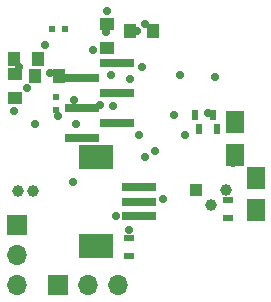
<source format=gbs>
G04 #@! TF.FileFunction,Soldermask,Bot*
%FSLAX46Y46*%
G04 Gerber Fmt 4.6, Leading zero omitted, Abs format (unit mm)*
G04 Created by KiCad (PCBNEW 4.0.7) date 02/03/18 21:49:53*
%MOMM*%
%LPD*%
G01*
G04 APERTURE LIST*
%ADD10C,0.100000*%
%ADD11R,1.000000X1.250000*%
%ADD12R,0.600000X0.500000*%
%ADD13R,0.500000X0.600000*%
%ADD14R,1.250000X1.000000*%
%ADD15R,1.500000X1.950000*%
%ADD16R,3.000000X0.650000*%
%ADD17R,3.000000X0.800000*%
%ADD18R,3.000000X2.100000*%
%ADD19R,1.700000X1.700000*%
%ADD20O,1.700000X1.700000*%
%ADD21C,1.000000*%
%ADD22R,1.000000X1.000000*%
%ADD23R,0.500000X0.900000*%
%ADD24R,0.900000X0.500000*%
%ADD25C,0.700000*%
G04 APERTURE END LIST*
D10*
D11*
X18658600Y-25780200D03*
X16658600Y-25780200D03*
D12*
X18040000Y-21770000D03*
X19140000Y-21770000D03*
D13*
X18373400Y-28673800D03*
X18373400Y-27573800D03*
D14*
X22720000Y-23410000D03*
X22720000Y-21410000D03*
D11*
X24630000Y-21940000D03*
X26630000Y-21940000D03*
X14863600Y-24365200D03*
X16863600Y-24365200D03*
D14*
X14943400Y-25643800D03*
X14943400Y-27643800D03*
D15*
X35363600Y-34390200D03*
X35363600Y-37140200D03*
X33563600Y-29690200D03*
X33563600Y-32440200D03*
D16*
X23590000Y-24685000D03*
X23590000Y-27225000D03*
X23590000Y-29765000D03*
X20590000Y-25955000D03*
X20590000Y-28495000D03*
X20590000Y-31035000D03*
D17*
X25403600Y-35175200D03*
X25403600Y-36425200D03*
D18*
X21803600Y-32625200D03*
X21803600Y-40225200D03*
D17*
X25403600Y-37675200D03*
D19*
X15063600Y-38365200D03*
D20*
X15063600Y-40905200D03*
X15063600Y-43445200D03*
D21*
X16463600Y-35565200D03*
X15213600Y-35565200D03*
X31533600Y-36735200D03*
X32803600Y-35465200D03*
D22*
X30263600Y-35465200D03*
D23*
X30513600Y-30265200D03*
X32013600Y-30265200D03*
X31713600Y-29065200D03*
X30213600Y-29065200D03*
D24*
X24563600Y-39515200D03*
X24563600Y-41015200D03*
X32963600Y-37815200D03*
X32963600Y-36315200D03*
D19*
X18563600Y-43465200D03*
D20*
X21103600Y-43465200D03*
X23643600Y-43465200D03*
D25*
X25963600Y-21365200D03*
X19863600Y-34765200D03*
X23463600Y-37665200D03*
X26763600Y-32165200D03*
X25663600Y-25065200D03*
X15263600Y-25065200D03*
X17863600Y-25565200D03*
X22663600Y-22065200D03*
X33363600Y-33165200D03*
X18563600Y-29165200D03*
X21563600Y-23565200D03*
X20063600Y-29865200D03*
X16663600Y-29865200D03*
X22163600Y-28265200D03*
X19963600Y-27865200D03*
X25463600Y-30765200D03*
X14863600Y-28765200D03*
X23263600Y-28365200D03*
X22763600Y-20265200D03*
X23063600Y-25665200D03*
X15963600Y-26765200D03*
X17463600Y-23165200D03*
X25263600Y-21965200D03*
X25963600Y-32665200D03*
X24663600Y-26065200D03*
X24563600Y-38865200D03*
X28363600Y-29065200D03*
X31863600Y-25865200D03*
X28863600Y-25665200D03*
X27463600Y-36165200D03*
X29363600Y-30765200D03*
X31263600Y-28965200D03*
M02*

</source>
